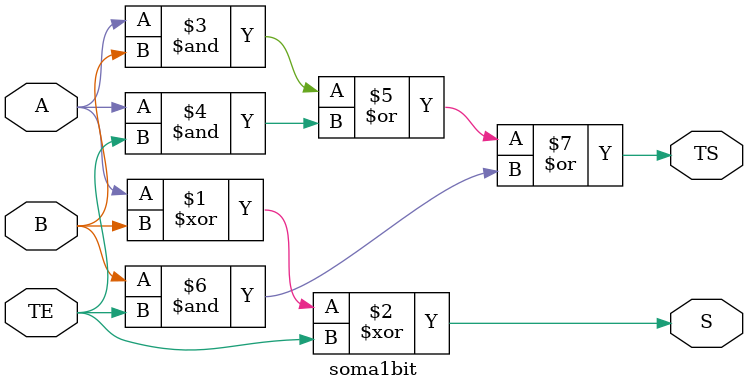
<source format=v>
	/*
	*
	* Nomes: Gabriel Augusto, Gabriel Araujo
	* Data: 14/09/2023
	*
	*--------------------------------------------------*
	*
	* Projeto de somador de 1 bits
	*/
	
	module soma1bit (A , B, TE, S , TS);
	input A, B, TE;
	output S, TS;
	
	assign S = (A^B)^(TE);
	assign TS = (A&B)|(A&TE)|(B&TE);
	
	endmodule
	
</source>
